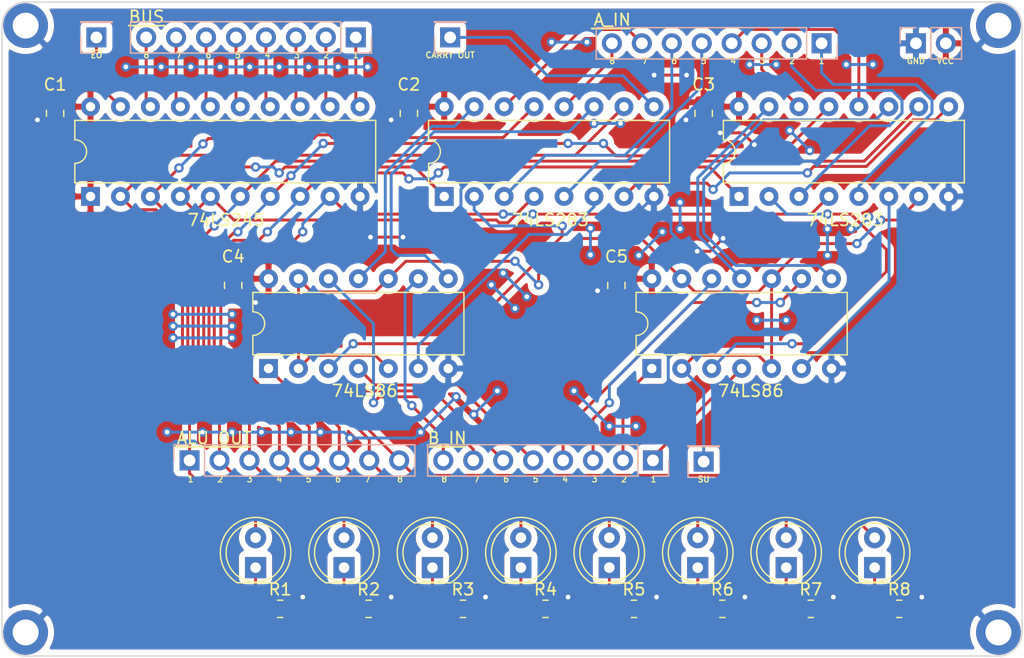
<source format=kicad_pcb>
(kicad_pcb (version 20211014) (generator pcbnew)
  (layers (0 "F.Cu" signal) (31 "B.Cu" signal) (34 "B.Paste" user) (35 "F.Paste" user) (36 "B.SilkS" user "B.Silkscreen") (37 "F.SilkS" user "F.Silkscreen") (38 "B.Mask" user) (39 "F.Mask" user) (44 "Edge.Cuts" user))
  (net 0 "")
  (net 1 "GND")
  (net 2 "VCC")
  (net 3 "/OUT1")
  (net 4 "Net-(D1-Pad1)")
  (net 5 "/OUT2")
  (net 6 "Net-(D2-Pad1)")
  (net 7 "/OUT3")
  (net 8 "Net-(D3-Pad1)")
  (net 9 "/OUT4")
  (net 10 "Net-(D4-Pad1)")
  (net 11 "/OUT5")
  (net 12 "Net-(D5-Pad1)")
  (net 13 "/OUT6")
  (net 14 "Net-(D6-Pad1)")
  (net 15 "/OUT7")
  (net 16 "Net-(D7-Pad1)")
  (net 17 "/OUT8")
  (net 18 "Net-(D8-Pad1)")
  (net 19 "/~{EO}")
  (net 20 "/SU")
  (net 21 "Net-(J3-Pad8)")
  (net 22 "Net-(J3-Pad7)")
  (net 23 "Net-(J3-Pad6)")
  (net 24 "Net-(J3-Pad5)")
  (net 25 "Net-(J3-Pad4)")
  (net 26 "Net-(J3-Pad3)")
  (net 27 "Net-(J3-Pad2)")
  (net 28 "Net-(J3-Pad1)")
  (net 29 "/B8")
  (net 30 "/B7")
  (net 31 "/B6")
  (net 32 "/B5")
  (net 33 "/B4")
  (net 34 "/B3")
  (net 35 "/B2")
  (net 36 "/B1")
  (net 37 "/COUT")
  (net 38 "/A8")
  (net 39 "/A7")
  (net 40 "/A6")
  (net 41 "/A5")
  (net 42 "/A4")
  (net 43 "/A3")
  (net 44 "/A2")
  (net 45 "/A1")
  (net 46 "Net-(U1-Pad6)")
  (net 47 "Net-(U1-Pad11)")
  (net 48 "Net-(U1-Pad3)")
  (net 49 "Net-(U1-Pad8)")
  (net 50 "Net-(U3-Pad6)")
  (net 51 "Net-(U3-Pad11)")
  (net 52 "Net-(U3-Pad3)")
  (net 53 "Net-(U3-Pad8)")
  (net 54 "Net-(U4-Pad7)")
  (footprint "Capacitor_SMD:C_0805_2012Metric" (layer "F.Cu") (at 72 67.95 -90)
    (fp_text reference "C1")
    (fp_text value "0.1µF")
  )
  (footprint "Capacitor_SMD:C_0805_2012Metric" (layer "F.Cu") (at 102 67.95 -90)
    (fp_text reference "C2")
    (fp_text value "0.1µF")
  )
  (footprint "Capacitor_SMD:C_0805_2012Metric" (layer "F.Cu") (at 127 67.95 -90)
    (fp_text reference "C3")
    (fp_text value "0.1µF")
  )
  (footprint "Capacitor_SMD:C_0805_2012Metric" (layer "F.Cu") (at 87.1 82.55 -90)
    (fp_text reference "C4")
    (fp_text value "0.1µF")
  )
  (footprint "Capacitor_SMD:C_0805_2012Metric" (layer "F.Cu") (at 119.6 82.55 -90)
    (fp_text reference "C5")
    (fp_text value "0.1µF")
  )
  (footprint "LED_THT:LED_D5.0mm" (layer "F.Cu") (at 89 106.5 90)
    (fp_text reference "D1" hide)
    (fp_text value "RED")
  )
  (footprint "LED_THT:LED_D5.0mm" (layer "F.Cu") (at 96.5 106.5 90)
    (fp_text reference "D2" hide)
    (fp_text value "RED")
  )
  (footprint "LED_THT:LED_D5.0mm" (layer "F.Cu") (at 104 106.5 90)
    (fp_text reference "D3" hide)
    (fp_text value "RED")
  )
  (footprint "LED_THT:LED_D5.0mm" (layer "F.Cu") (at 111.5 106.5 90)
    (fp_text reference "D4" hide)
    (fp_text value "RED")
  )
  (footprint "LED_THT:LED_D5.0mm" (layer "F.Cu") (at 119 106.5 90)
    (fp_text reference "D5" hide)
    (fp_text value "RED")
  )
  (footprint "LED_THT:LED_D5.0mm" (layer "F.Cu") (at 126.5 106.5 90)
    (fp_text reference "D6" hide)
    (fp_text value "RED")
  )
  (footprint "LED_THT:LED_D5.0mm" (layer "F.Cu") (at 134 106.5 90)
    (fp_text reference "D7" hide)
    (fp_text value "RED")
  )
  (footprint "LED_THT:LED_D5.0mm" (layer "F.Cu") (at 141.5 106.5 90)
    (fp_text reference "D8" hide)
    (fp_text value "RED")
  )
  (footprint "Resistor_SMD:R_0805_2012Metric" (layer "F.Cu") (at 91.0875 110)
    (fp_text reference "R1")
    (fp_text value "220")
  )
  (footprint "Resistor_SMD:R_0805_2012Metric" (layer "F.Cu") (at 98.5875 110)
    (fp_text reference "R2")
    (fp_text value "220")
  )
  (footprint "Resistor_SMD:R_0805_2012Metric" (layer "F.Cu") (at 106.5875 110)
    (fp_text reference "R3")
    (fp_text value "220")
  )
  (footprint "Resistor_SMD:R_0805_2012Metric" (layer "F.Cu") (at 113.5875 110)
    (fp_text reference "R4")
    (fp_text value "220")
  )
  (footprint "Resistor_SMD:R_0805_2012Metric" (layer "F.Cu") (at 121.0875 110)
    (fp_text reference "R5")
    (fp_text value "220")
  )
  (footprint "Resistor_SMD:R_0805_2012Metric" (layer "F.Cu") (at 128.5875 110)
    (fp_text reference "R6")
    (fp_text value "220")
  )
  (footprint "Resistor_SMD:R_0805_2012Metric" (layer "F.Cu") (at 136.0875 110)
    (fp_text reference "R7")
    (fp_text value "220")
  )
  (footprint "Resistor_SMD:R_0805_2012Metric" (layer "F.Cu") (at 143.5875 110)
    (fp_text reference "R8")
    (fp_text value "220")
  )
  (footprint "Package_DIP:DIP-14_W7.62mm" (layer "F.Cu") (at 90.1 89.6 90)
    (fp_text reference "U1" hide)
    (fp_text value "74LS86")
  )
  (footprint "Package_DIP:DIP-20_W7.62mm" (layer "F.Cu") (at 75 75 90)
    (fp_text reference "U2" hide)
    (fp_text value "74LS245")
  )
  (footprint "Package_DIP:DIP-14_W7.62mm" (layer "F.Cu") (at 122.6 89.6 90)
    (fp_text reference "U3" hide)
    (fp_text value "74LS86")
  )
  (footprint "Package_DIP:DIP-16_W7.62mm" (layer "F.Cu") (at 105 75 90)
    (fp_text reference "U4" hide)
    (fp_text value "74LS283")
  )
  (footprint "Package_DIP:DIP-16_W7.62mm" (layer "F.Cu") (at 130 75 90)
    (fp_text reference "U5" hide)
    (fp_text value "74LS283")
  )
  (footprint "MountingHole:MountingHole_2.2mm_M2_DIN965_Pad" (layer "F.Cu") (at 69.5 60.5)
    (fp_text reference "H1" hide)
    (fp_text value "MountingHole_Pad")
  )
  (footprint "MountingHole:MountingHole_2.2mm_M2_DIN965_Pad" (layer "F.Cu") (at 152 60.5)
    (fp_text reference "H2" hide)
    (fp_text value "MountingHole_Pad")
  )
  (footprint "MountingHole:MountingHole_2.2mm_M2_DIN965_Pad" (layer "F.Cu") (at 69.5 112)
    (fp_text reference "H3" hide)
    (fp_text value "MountingHole_Pad")
  )
  (footprint "MountingHole:MountingHole_2.2mm_M2_DIN965_Pad" (layer "F.Cu") (at 152 112)
    (fp_text reference "H4" hide)
    (fp_text value "MountingHole_Pad")
  )
  (footprint "Connector_PinHeader_2.54mm:PinHeader_1x01_P2.54mm_Vertical" (layer "B.Cu") (at 75.5 61.5)
    (fp_text reference "J1" hide)
    (fp_text value "~{EO}")
  )
  (footprint "Connector_PinHeader_2.54mm:PinHeader_1x01_P2.54mm_Vertical" (layer "B.Cu") (at 127 97.5)
    (fp_text reference "J2" hide)
    (fp_text value "SU")
  )
  (footprint "Connector_PinHeader_2.54mm:PinHeader_1x08_P2.54mm_Vertical" (layer "B.Cu") (at 97.5 61.5 90)
    (fp_text reference "J3" hide)
    (fp_text value "BUS")
  )
  (footprint "Connector_PinHeader_2.54mm:PinHeader_1x08_P2.54mm_Vertical" (layer "B.Cu") (at 122.7 97.4 90)
    (fp_text reference "J4" hide)
    (fp_text value "B_IN")
  )
  (footprint "Connector_PinHeader_2.54mm:PinHeader_1x01_P2.54mm_Vertical" (layer "B.Cu") (at 105.5 61.5)
    (fp_text reference "J5" hide)
    (fp_text value "CARRY OUT")
  )
  (footprint "Connector_PinHeader_2.54mm:PinHeader_1x08_P2.54mm_Vertical" (layer "B.Cu") (at 137 62 90)
    (fp_text reference "J6" hide)
    (fp_text value "A_IN")
  )
  (footprint "Connector_PinHeader_2.54mm:PinHeader_1x02_P2.54mm_Vertical" (layer "B.Cu") (at 145 62 -90)
    (fp_text reference "J8" hide)
    (fp_text value "Conn_01x02")
  )
  (footprint "Connector_PinHeader_2.54mm:PinHeader_1x08_P2.54mm_Vertical" (layer "B.Cu") (at 83.4 97.4 -90)
    (fp_text reference "J7" hide)
    (fp_text value "ALU OUT")
  )
  (gr_line (start 78.25 60.5) (end 81.25 60.5) (layer "F.SilkS") (width 0.15))
  (gr_line (start 117.5 60.75) (end 120.75 60.75) (layer "F.SilkS") (width 0.15))
  (gr_line (start 82.25 96.25) (end 88.5 96.25) (layer "F.SilkS") (width 0.15))
  (gr_line (start 103.75 96.25) (end 106.75 96.25) (layer "F.SilkS") (width 0.15))
  (gr_line (start 67.5 60.5) (end 67.5 112) (layer "Edge.Cuts") (width 0.1))
  (gr_line (start 69.5 114) (end 152 114) (layer "Edge.Cuts") (width 0.1))
  (gr_line (start 154 112) (end 154 60.5) (layer "Edge.Cuts") (width 0.1))
  (gr_line (start 152 58.5) (end 69.5 58.5) (layer "Edge.Cuts") (width 0.1))
  (gr_arc (start 154 112) (mid 153.414214 113.414214) (end 152 114) (layer "Edge.Cuts") (width 0.1))
  (gr_arc (start 152 58.5) (mid 153.414214 59.085786) (end 154 60.5) (layer "Edge.Cuts") (width 0.1))
  (gr_arc (start 67.5 60.5) (mid 68.085786 59.085786) (end 69.5 58.5) (layer "Edge.Cuts") (width 0.1))
  (gr_arc (start 69.5 114) (mid 68.085786 113.414214) (end 67.5 112) (layer "Edge.Cuts") (width 0.1))
  (gr_text "2" (at 95 63) (layer "F.SilkS") (effects (font (size 0.5 0.5) (thickness 0.1))))
  (gr_text "3" (at 92.5 63) (layer "F.SilkS") (effects (font (size 0.5 0.5) (thickness 0.1))))
  (gr_text "4" (at 90 63) (layer "F.SilkS") (effects (font (size 0.5 0.5) (thickness 0.1))))
  (gr_text "1" (at 97.5 63) (layer "F.SilkS") (effects (font (size 0.5 0.5) (thickness 0.1))))
  (gr_text "7" (at 82.5 63) (layer "F.SilkS") (effects (font (size 0.5 0.5) (thickness 0.1))))
  (gr_text "6" (at 85 63) (layer "F.SilkS") (effects (font (size 0.5 0.5) (thickness 0.1))))
  (gr_text "8" (at 79.75 63) (layer "F.SilkS") (effects (font (size 0.5 0.5) (thickness 0.1))))
  (gr_text "5" (at 87.5 63) (layer "F.SilkS") (effects (font (size 0.5 0.5) (thickness 0.1))))
  (gr_text "2" (at 134.5 63.5) (layer "F.SilkS") (effects (font (size 0.5 0.5) (thickness 0.1))))
  (gr_text "3" (at 132 63.5) (layer "F.SilkS") (effects (font (size 0.5 0.5) (thickness 0.1))))
  (gr_text "4" (at 129.5 63.5) (layer "F.SilkS") (effects (font (size 0.5 0.5) (thickness 0.1))))
  (gr_text "1" (at 137 63.5) (layer "F.SilkS") (effects (font (size 0.5 0.5) (thickness 0.1))))
  (gr_text "7" (at 122 63.5) (layer "F.SilkS") (effects (font (size 0.5 0.5) (thickness 0.1))))
  (gr_text "6" (at 124.5 63.5) (layer "F.SilkS") (effects (font (size 0.5 0.5) (thickness 0.1))))
  (gr_text "8" (at 119.25 63.5) (layer "F.SilkS") (effects (font (size 0.5 0.5) (thickness 0.1))))
  (gr_text "5" (at 127 63.5) (layer "F.SilkS") (effects (font (size 0.5 0.5) (thickness 0.1))))
  (gr_text "VCC\n" (at 147.5 63.5) (layer "F.SilkS") (effects (font (size 0.5 0.5) (thickness 0.1))))
  (gr_text "8" (at 101.25 99) (layer "F.SilkS") (effects (font (size 0.5 0.5) (thickness 0.1))))
  (gr_text "6" (at 96 99) (layer "F.SilkS") (effects (font (size 0.5 0.5) (thickness 0.1))))
  (gr_text "4" (at 91 99) (layer "F.SilkS") (effects (font (size 0.5 0.5) (thickness 0.1))))
  (gr_text "7" (at 98.5 99) (layer "F.SilkS") (effects (font (size 0.5 0.5) (thickness 0.1))))
  (gr_text "2" (at 86 99) (layer "F.SilkS") (effects (font (size 0.5 0.5) (thickness 0.1))))
  (gr_text "5" (at 93.5 99) (layer "F.SilkS") (effects (font (size 0.5 0.5) (thickness 0.1))))
  (gr_text "1" (at 83.5 99) (layer "F.SilkS") (effects (font (size 0.5 0.5) (thickness 0.1))))
  (gr_text "3" (at 88.5 99) (layer "F.SilkS") (effects (font (size 0.5 0.5) (thickness 0.1))))
  (gr_text "2" (at 120.25 99) (layer "F.SilkS") (effects (font (size 0.5 0.5) (thickness 0.1))))
  (gr_text "GND" (at 145 63.5) (layer "F.SilkS") (effects (font (size 0.5 0.5) (thickness 0.1))))
  (gr_text "5" (at 112.75 99) (layer "F.SilkS") (effects (font (size 0.5 0.5) (thickness 0.1))))
  (gr_text "3" (at 117.75 99) (layer "F.SilkS") (effects (font (size 0.5 0.5) (thickness 0.1))))
  (gr_text "6" (at 110.25 99) (layer "F.SilkS") (effects (font (size 0.5 0.5) (thickness 0.1))))
  (gr_text "7" (at 107.75 99) (layer "F.SilkS") (effects (font (size 0.5 0.5) (thickness 0.1))))
  (gr_text "4" (at 115.25 99) (layer "F.SilkS") (effects (font (size 0.5 0.5) (thickness 0.1))))
  (gr_text "1" (at 122.75 99) (layer "F.SilkS") (effects (font (size 0.5 0.5) (thickness 0.1))))
  (gr_text "8" (at 105 99) (layer "F.SilkS") (effects (font (size 0.5 0.5) (thickness 0.1))))
  (segment (start 145.5 109) (end 145.5 109) (width 0.25) (layer "F.Cu") (net 1))
  (segment (start 138 109) (end 138 109) (width 0.25) (layer "F.Cu") (net 1))
  (segment (start 130.5 109) (end 130.5 109) (width 0.25) (layer "F.Cu") (net 1))
  (segment (start 123 109) (end 123 109) (width 0.25) (layer "F.Cu") (net 1))
  (segment (start 115.5 109) (end 115.5 109) (width 0.25) (layer "F.Cu") (net 1))
  (segment (start 108.5 109) (end 108.5 109) (width 0.25) (layer "F.Cu") (net 1))
  (segment (start 100.5 109) (end 100.5 109) (width 0.25) (layer "F.Cu") (net 1))
  (segment (start 93 109) (end 93 109) (width 0.25) (layer "F.Cu") (net 1))
  (segment (start 118 83) (end 118 83) (width 0.25) (layer "F.Cu") (net 1))
  (segment (start 88.5 83.5) (end 89 84) (width 0.25) (layer "F.Cu") (net 1))
  (segment (start 87.4 83.5) (end 88.5 83.5) (width 0.25) (layer "F.Cu") (net 1))
  (segment (start 131.3 70.6) (end 131.3 70.6) (width 0.25) (layer "F.Cu") (net 1))
  (segment (start 128.65 78.55) (end 128.65 78.55) (width 0.25) (layer "F.Cu") (net 1))
  (segment (start 101.5 78.45) (end 101.5 78.45) (width 0.25) (layer "F.Cu") (net 1))
  (segment (start 125.55 64.7) (end 122.8 64.7) (width 0.25) (layer "F.Cu") (net 1))
  (segment (start 129.5 69.6) (end 130.3 69.6) (width 0.25) (layer "F.Cu") (net 1))
  (segment (start 114.5 110) (end 115.5 109) (width 0.25) (layer "F.Cu") (net 1))
  (segment (start 137 110) (end 138 109) (width 0.25) (layer "F.Cu") (net 1))
  (segment (start 128.4 69.6) (end 129.5 69.6) (width 0.25) (layer "F.Cu") (net 1))
  (segment (start 126 69) (end 125.5 68.5) (width 0.25) (layer "F.Cu") (net 1))
  (segment (start 127.55 79.65) (end 128.65 78.55) (width 0.25) (layer "F.Cu") (net 1))
  (segment (start 127 68.9) (end 127.7 68.9) (width 0.25) (layer "F.Cu") (net 1))
  (segment (start 130.3 69.6) (end 131.3 70.6) (width 0.25) (layer "F.Cu") (net 1))
  (segment (start 127.1 69) (end 126 69) (width 0.25) (layer "F.Cu") (net 1))
  (segment (start 102.1 69) (end 101 69) (width 0.25) (layer "F.Cu") (net 1))
  (segment (start 122 110) (end 123 109) (width 0.25) (layer "F.Cu") (net 1))
  (segment (start 98.75 78.45) (end 101.5 78.45) (width 0.25) (layer "F.Cu") (net 1))
  (segment (start 127.7 68.9) (end 128.4 69.6) (width 0.25) (layer "F.Cu") (net 1))
  (segment (start 101 69) (end 100.5 68.5) (width 0.25) (layer "F.Cu") (net 1))
  (segment (start 144.5 110) (end 145.5 109) (width 0.25) (layer "F.Cu") (net 1))
  (segment (start 118.5 83.5) (end 118 83) (width 0.25) (layer "F.Cu") (net 1))
  (segment (start 129.5 110) (end 130.5 109) (width 0.25) (layer "F.Cu") (net 1))
  (segment (start 92 110) (end 93 109) (width 0.25) (layer "F.Cu") (net 1))
  (segment (start 126.45 79.65) (end 127.55 79.65) (width 0.25) (layer "F.Cu") (net 1))
  (segment (start 71 69) (end 70.5 68.5) (width 0.25) (layer "F.Cu") (net 1))
  (segment (start 119.6 83.5) (end 118.5 83.5) (width 0.25) (layer "F.Cu") (net 1))
  (segment (start 99.5 110) (end 100.5 109) (width 0.25) (layer "F.Cu") (net 1))
  (segment (start 72.1 69) (end 71 69) (width 0.25) (layer "F.Cu") (net 1))
  (segment (start 107.5 110) (end 108.5 109) (width 0.25) (layer "F.Cu") (net 1))
  (via (at 89 84) (size 0.8) (drill 0.4) (layers "F.Cu" "B.Cu") (net 1))
  (via (at 122.8 64.7) (size 0.8) (drill 0.4) (layers "F.Cu" "B.Cu") (net 1))
  (via (at 125.55 64.7) (size 0.8) (drill 0.4) (layers "F.Cu" "B.Cu") (net 1))
  (via (at 108.5 109) (size 0.8) (drill 0.4) (layers "F.Cu" "B.Cu") (net 1))
  (via (at 125.5 68.5) (size 0.8) (drill 0.4) (layers "F.Cu" "B.Cu") (net 1))
  (via (at 70.5 68.5) (size 0.8) (drill 0.4) (layers "F.Cu" "B.Cu") (net 1))
  (via (at 128.65 78.55) (size 0.8) (drill 0.4) (layers "F.Cu" "B.Cu") (net 1))
  (via (at 123 109) (size 0.8) (drill 0.4) (layers "F.Cu" "B.Cu") (net 1))
  (via (at 131.3 70.6) (size 0.8) (drill 0.4) (layers "F.Cu" "B.Cu") (net 1))
  (via (at 115.5 109) (size 0.8) (drill 0.4) (layers "F.Cu" "B.Cu") (net 1))
  (via (at 93 109) (size 0.8) (drill 0.4) (layers "F.Cu" "B.Cu") (net 1))
  (via (at 100.5 109) (size 0.8) (drill 0.4) (layers "F.Cu" "B.Cu") (net 1))
  (via (at 98.75 78.45) (size 0.8) (drill 0.4) (layers "F.Cu" "B.Cu") (net 1))
  (via (at 126.45 79.65) (size 0.8) (drill 0.4) (layers "F.Cu" "B.Cu") (net 1))
  (via (at 101.5 78.45) (size 0.8) (drill 0.4) (layers "F.Cu" "B.Cu") (net 1))
  (via (at 130.5 109) (size 0.8) (drill 0.4) (layers "F.Cu" "B.Cu") (net 1))
  (via (at 145.5 109) (size 0.8) (drill 0.4) (layers "F.Cu" "B.Cu") (net 1))
  (via (at 138 109) (size 0.8) (drill 0.4) (layers "F.Cu" "B.Cu") (net 1))
  (via (at 100.5 68.5) (size 0.8) (drill 0.4) (layers "F.Cu" "B.Cu") (net 1))
  (via (at 128.4 69.6) (size 0.8) (drill 0.4) (layers "F.Cu" "B.Cu") (net 1))
  (via (at 118 83) (size 0.8) (drill 0.4) (layers "F.Cu" "B.Cu") (net 1))
  (segment (start 126.45 79.65) (end 126.45 79.65) (width 0.25) (layer "B.Cu") (net 1))
  (segment (start 124.225001 77.175001) (end 124.225001 78.048003) (width 0.25) (layer "B.Cu") (net 1))
  (segment (start 135 86.5) (end 136.5 85) (width 0.25) (layer "B.Cu") (net 1))
  (segment (start 136.774999 71.825001) (end 137.9 70.7) (width 0.25) (layer "B.Cu") (net 1))
  (segment (start 124.15 77.1) (end 124.225001 77.175001) (width 0.25) (layer "B.Cu") (net 1))
  (segment (start 121 77.5) (end 121 76.78) (width 0.25) (layer "B.Cu") (net 1))
  (segment (start 134.9 71.7) (end 135.025001 71.825001) (width 0.25) (layer "B.Cu") (net 1))
  (segment (start 106.414999 75.770003) (end 105.235002 76.95) (width 0.25) (layer "B.Cu") (net 1))
  (segment (start 124.225001 78.048003) (end 125.826998 79.65) (width 0.25) (layer "B.Cu") (net 1))
  (segment (start 106.414999 74.385001) (end 106.414999 75.770003) (width 0.25) (layer "B.Cu") (net 1))
  (segment (start 107.5 73.3) (end 106.414999 74.385001) (width 0.25) (layer "B.Cu") (net 1))
  (segment (start 124 90.5) (end 124 88.5) (width 0.25) (layer "B.Cu") (net 1))
  (segment (start 121 76.78) (end 122.78 75) (width 0.25) (layer "B.Cu") (net 1))
  (segment (start 134 86.5) (end 135 86.5) (width 0.25) (layer "B.Cu") (net 1))
  (segment (start 125.826998 79.65) (end 126.45 79.65) (width 0.25) (layer "B.Cu") (net 1))
  (segment (start 105.235002 76.95) (end 105.05 76.95) (width 0.25) (layer "B.Cu") (net 1))
  (segment (start 135.025001 72) (end 136.774999 72) (width 0.25) (layer "B.Cu") (net 1))
  (via (at 119 94.5) (size 0.8) (drill 0.4) (layers "F.Cu" "B.Cu") (net 2))
  (via (at 116 91.5) (size 0.8) (drill 0.4) (layers "F.Cu" "B.Cu") (net 2))
  (via (at 106 92) (size 0.8) (drill 0.4) (layers "F.Cu" "B.Cu") (net 2))
  (via (at 103 95) (size 0.8) (drill 0.4) (layers "F.Cu" "B.Cu") (net 2))
  (via (at 107.5 93.5) (size 0.8) (drill 0.4) (layers "F.Cu" "B.Cu") (net 2))
  (via (at 83.5 64) (size 0.8) (drill 0.4) (layers "F.Cu" "B.Cu") (net 2))
  (via (at 86 64) (size 0.8) (drill 0.4) (layers "F.Cu" "B.Cu") (net 2))
  (via (at 98.5 64) (size 0.8) (drill 0.4) (layers "F.Cu" "B.Cu") (net 2))
  (via (at 96 64) (size 0.8) (drill 0.4) (layers "F.Cu" "B.Cu") (net 2))
  (via (at 78 64) (size 0.8) (drill 0.4) (layers "F.Cu" "B.Cu") (net 2))
  (via (at 81 64) (size 0.8) (drill 0.4) (layers "F.Cu" "B.Cu") (net 2))
  (via (at 125 77.75) (size 0.8) (drill 0.4) (layers "F.Cu" "B.Cu") (net 2))
  (via (at 125 75.5) (size 0.8) (drill 0.4) (layers "F.Cu" "B.Cu") (net 2))
  (via (at 141.35 63.8) (size 0.8) (drill 0.4) (layers "F.Cu" "B.Cu") (net 2))
  (via (at 139.1 63.8) (size 0.8) (drill 0.4) (layers "F.Cu" "B.Cu") (net 2))
  (via (at 136 71.1) (size 0.8) (drill 0.4) (layers "F.Cu" "B.Cu") (net 2))
  (via (at 134.3 69.4) (size 0.8) (drill 0.4) (layers "F.Cu" "B.Cu") (net 2))
  (via (at 119.95 68.8) (size 0.8) (drill 0.4) (layers "F.Cu" "B.Cu") (net 2))
  (via (at 117.7 68.8) (size 0.8) (drill 0.4) (layers "F.Cu" "B.Cu") (net 2))
  (via (at 114.1 61.9) (size 0.8) (drill 0.4) (layers "F.Cu" "B.Cu") (net 2))
  (via (at 117.1 61.9) (size 0.8) (drill 0.4) (layers "F.Cu" "B.Cu") (net 2))
  (via (at 82 87) (size 0.8) (drill 0.4) (layers "F.Cu" "B.Cu") (net 2))
  (via (at 123.5 78) (size 0.8) (drill 0.4) (layers "F.Cu" "B.Cu") (net 2))
  (via (at 87 87) (size 0.8) (drill 0.4) (layers "F.Cu" "B.Cu") (net 2))
  (via (at 131.5 85.5) (size 0.8) (drill 0.4) (layers "F.Cu" "B.Cu") (net 2))
  (via (at 94.5 95) (size 0.8) (drill 0.4) (layers "F.Cu" "B.Cu") (net 2))
  (via (at 82 85) (size 0.8) (drill 0.4) (layers "F.Cu" "B.Cu") (net 2))
  (via (at 141 76.75) (size 0.8) (drill 0.4) (layers "F.Cu" "B.Cu") (net 2))
  (via (at 137.5 77.75) (size 0.8) (drill 0.4) (layers "F.Cu" "B.Cu") (net 2))
  (via (at 137.5 80) (size 0.8) (drill 0.4) (layers "F.Cu" "B.Cu") (net 2))
  (via (at 117.4 79.95) (size 0.8) (drill 0.4) (layers "F.Cu" "B.Cu") (net 2))
  (via (at 97 95.5) (size 0.8) (drill 0.4) (layers "F.Cu" "B.Cu") (net 2))
  (via (at 121.25 94.5) (size 0.8) (drill 0.4) (layers "F.Cu" "B.Cu") (net 2))
  (via (at 84.5 95) (size 0.8) (drill 0.4) (layers "F.Cu" "B.Cu") (net 2))
  (via (at 139.5 77.75) (size 0.8) (drill 0.4) (layers "F.Cu" "B.Cu") (net 2))
  (via (at 82 86) (size 0.8) (drill 0.4) (layers "F.Cu" "B.Cu") (net 2))
  (via (at 87 85) (size 0.8) (drill 0.4) (layers "F.Cu" "B.Cu") (net 2))
  (via (at 121.5 80) (size 0.8) (drill 0.4) (layers "F.Cu" "B.Cu") (net 2))
  (via (at 109 82.5) (size 0.8) (drill 0.4) (layers "F.Cu" "B.Cu") (net 2))
  (via (at 81.5 95) (size 0.8) (drill 0.4) (layers "F.Cu" "B.Cu") (net 2))
  (via (at 133.15 63.8) (size 0.8) (drill 0.4) (layers "F.Cu" "B.Cu") (net 2))
  (via (at 134 85.5) (size 0.8) (drill 0.4) (layers "F.Cu" "B.Cu") (net 2))
  (via (at 110 81.5) (size 0.8) (drill 0.4) (layers "F.Cu" "B.Cu") (net 2))
  (via (at 111 84.5) (size 0.8) (drill 0.4) (layers "F.Cu" "B.Cu") (net 2))
  (via (at 112 83.5) (size 0.8) (drill 0.4) (layers "F.Cu" "B.Cu") (net 2))
  (via (at 93.5 64) (size 0.8) (drill 0.4) (layers "F.Cu" "B.Cu") (net 2))
  (via (at 87 95) (size 0.8) (drill 0.4) (layers "F.Cu" "B.Cu") (net 2))
  (via (at 87 86) (size 0.8) (drill 0.4) (layers "F.Cu" "B.Cu") (net 2))
  (via (at 88.5 64) (size 0.8) (drill 0.4) (layers "F.Cu" "B.Cu") (net 2))
  (via (at 91 64) (size 0.8) (drill 0.4) (layers "F.Cu" "B.Cu") (net 2))
  (via (at 109.5 91.5) (size 0.8) (drill 0.4) (layers "F.Cu" "B.Cu") (net 2))
  (via (at 92 95) (size 0.8) (drill 0.4) (layers "F.Cu" "B.Cu") (net 2))
  (via (at 130.9 63.8) (size 0.8) (drill 0.4) (layers "F.Cu" "B.Cu") (net 2))
  (via (at 117.4 77.7) (size 0.8) (drill 0.4) (layers "F.Cu" "B.Cu") (net 2))
  (via (at 89.5 95) (size 0.8) (drill 0.4) (layers "F.Cu" "B.Cu") (net 2))
  (segment (start 84.5 95) (end 87 95) (width 0.25) (layer "B.Cu") (net 2))
  (segment (start 87 95) (end 89.5 95) (width 0.25) (layer "B.Cu") (net 2))
  (segment (start 89.5 95) (end 92 95) (width 0.25) (layer "B.Cu") (net 2))
  (segment (start 92 95) (end 94.5 95) (width 0.25) (layer "B.Cu") (net 2))
  (segment (start 97 95.5) (end 97 95.5) (width 0.25) (layer "B.Cu") (net 2))
  (segment (start 111 84.5) (end 111 84.5) (width 0.25) (layer "B.Cu") (net 2))
  (segment (start 112 83.5) (end 112 83.5) (width 0.25) (layer "B.Cu") (net 2))
  (segment (start 82 87) (end 82 87) (width 0.25) (layer "B.Cu") (net 2))
  (segment (start 82 86) (end 82 86) (width 0.25) (layer "B.Cu") (net 2))
  (segment (start 105.5 92.5) (end 106 92) (width 0.25) (layer "B.Cu") (net 2))
  (segment (start 103 95) (end 105.5 92.5) (width 0.25) (layer "B.Cu") (net 2))
  (segment (start 109.5 91.5) (end 109.5 91.5) (width 0.25) (layer "B.Cu") (net 2))
  (segment (start 107.5 93.5) (end 109.5 91.5) (width 0.25) (layer "B.Cu") (net 2))
  (segment (start 109.5 91.5) (end 109.5 91.5) (width 0.25) (layer "B.Cu") (net 2))
  (segment (start 78 64) (end 81 64) (width 0.25) (layer "B.Cu") (net 2))
  (segment (start 96 64) (end 98.5 64) (width 0.25) (layer "B.Cu") (net 2))
  (segment (start 91 64) (end 93.5 64) (width 0.25) (layer "B.Cu") (net 2))
  (segment (start 93.5 64) (end 96 64) (width 0.25) (layer "B.Cu") (net 2))
  (segment (start 81 64) (end 83.5 64) (width 0.25) (layer "B.Cu") (net 2))
  (segment (start 125 75.5) (end 125 77.75) (width 0.25) (layer "B.Cu") (net 2))
  (segment (start 137.5 80) (end 137.5 80) (width 0.25) (layer "B.Cu") (net 2))
  (segment (start 139.1 63.8) (end 141.35 63.8) (width 0.25) (layer "B.Cu") (net 2))
  (segment (start 117.7 68.8) (end 119.95 68.8) (width 0.25) (layer "B.Cu") (net 2))
  (segment (start 114.1 61.9) (end 117.1 61.9) (width 0.25) (layer "B.Cu") (net 2))
  (segment (start 85.5 64) (end 88.5 64) (width 0.25) (layer "B.Cu") (net 2))
  (segment (start 97 95.5) (end 102.5 95.5) (width 0.25) (layer "B.Cu") (net 2))
  (segment (start 109 82.5) (end 111 84.5) (width 0.25) (layer "B.Cu") (net 2))
  (segment (start 83.5 64) (end 86 64) (width 0.25) (layer "B.Cu") (net 2))
  (segment (start 136 71.1) (end 134.3 69.4) (width 0.25) (layer "B.Cu") (net 2))
  (segment (start 87 85) (end 82 85) (width 0.25) (layer "B.Cu") (net 2))
  (segment (start 87 86) (end 82 86) (width 0.25) (layer "B.Cu") (net 2))
  (segment (start 121.5 80) (end 123.5 78) (width 0.25) (layer "B.Cu") (net 2))
  (segment (start 94.5 95) (end 96.5 95) (width 0.25) (layer "B.Cu") (net 2))
  (segment (start 117.4 77.7) (end 117.4 79.95) (width 0.25) (layer "B.Cu") (net 2))
  (segment (start 81.5 95) (end 84.5 95) (width 0.25) (layer "B.Cu") (net 2))
  (segment (start 116 91.5) (end 118.5 94) (width 0.25) (layer "B.Cu") (net 2))
  (segment (start 88.5 64) (end 91 64) (width 0.25) (layer "B.Cu") (net 2))
  (segment (start 118.5 94) (end 119 94.5) (width 0.25) (layer "B.Cu") (net 2))
  (segment (start 140 77.75) (end 141 76.75) (width 0.25) (layer "B.Cu") (net 2))
  (segment (start 139.5 77.75) (end 140 77.75) (width 0.25) (layer "B.Cu") (net 2))
  (segment (start 102.5 95.5) (end 103 95) (width 0.25) (layer "B.Cu") (net 2))
  (segment (start 131.5 85.5) (end 134 85.5) (width 0.25) (layer "B.Cu") (net 2))
  (segment (start 87 87) (end 82 87) (width 0.25) (layer "B.Cu") (net 2))
  (segment (start 110 81.5) (end 112 83.5) (width 0.25) (layer "B.Cu") (net 2))
  (segment (start 130.9 63.8) (end 133.15 63.8) (width 0.25) (layer "B.Cu") (net 2))
  (segment (start 96.5 95) (end 97 95.5) (width 0.25) (layer "B.Cu") (net 2))
  (segment (start 119 94.5) (end 121.25 94.5) (width 0.25) (layer "B.Cu") (net 2))
  (segment (start 137.5 77.75) (end 137.5 80) (width 0.25) (layer "B.Cu") (net 2))
  (segment (start 78.665001 76.125001) (end 77.54 75) (width 0.25) (layer "F.Cu") (net 3))
  (segment (start 88 102) (end 87.72718 102) (width 0.25) (layer "F.Cu") (net 3))
  (segment (start 89 102.5) (end 88.5 102) (width 0.25) (layer "F.Cu") (net 3))
  (segment (start 83.4 97.4) (end 83.4 98.5) (width 0.25) (layer "F.Cu") (net 3))
  (segment (start 86.9 102) (end 88 102) (width 0.25) (layer "F.Cu") (net 3))
  (segment (start 83.4 98.5) (end 86.9 102) (width 0.25) (layer "F.Cu") (net 3))
  (segment (start 116.12 71.5) (end 120.24 67.38) (width 0.25) (layer "F.Cu") (net 3))
  (segment (start 88.5 102) (end 88 102) (width 0.25) (layer "F.Cu") (net 3))
  (segment (start 89 103.96) (end 89 102.5) (width 0.25) (layer "F.Cu") (net 3))
  (segment (start 77.54 75) (end 81.04 71.5) (width 0.25) (layer "F.Cu") (net 3))
  (segment (start 80.568591 76.125001) (end 78.665001 76.125001) (width 0.25) (layer "F.Cu") (net 3))
  (segment (start 82.799941 88.981989) (end 82.799941 78.356351) (width 0.25) (layer "F.Cu") (net 3))
  (segment (start 83.4 89.582049) (end 82.799941 88.981989) (width 0.25) (layer "F.Cu") (net 3))
  (segment (start 81.04 71.5) (end 116.12 71.5) (width 0.25) (layer "F.Cu") (net 3))
  (segment (start 82.799941 78.356351) (end 80.568591 76.125001) (width 0.25) (layer "F.Cu") (net 3))
  (segment (start 83.4 97.4) (end 83.4 89.582049) (width 0.25) (layer "F.Cu") (net 3))
  (segment (start 89 106.5) (end 89 108.825) (width 0.25) (layer "F.Cu") (net 4))
  (segment (start 89 108.825) (end 90.175 110) (width 0.25) (layer "F.Cu") (net 4))
  (segment (start 82.5 72.58) (end 82.5 72.58) (width 0.25) (layer "F.Cu") (net 5))
  (segment (start 84.54 70.54) (end 85 70.08) (width 0.25) (layer "F.Cu") (net 5))
  (segment (start 93.92 70.08) (end 94.225001 69.774999) (width 0.25) (layer "F.Cu") (net 5))
  (segment (start 96.5 102) (end 96 101.5) (width 0.25) (layer "F.Cu") (net 5))
  (segment (start 96 101.5) (end 92 101.5) (width 0.25) (layer "F.Cu") (net 5))
  (segment (start 85.94 97.4) (end 90.04 101.5) (width 0.25) (layer "F.Cu") (net 5))
  (segment (start 85.94 97.4) (end 85.94 91.48564) (width 0.25) (layer "F.Cu") (net 5))
  (segment (start 85.94 91.48564) (end 83.249951 88.795589) (width 0.25) (layer "F.Cu") (net 5))
  (segment (start 83.249951 78.169951) (end 80.08 75) (width 0.25) (layer "F.Cu") (net 5))
  (segment (start 95.5 70) (end 110 70) (width 0.25) (layer "F.Cu") (net 5))
  (segment (start 80.08 75) (end 82.5 72.58) (width 0.25) (layer "F.Cu") (net 5))
  (segment (start 85 70.08) (end 93.92 70.08) (width 0.25) (layer "F.Cu") (net 5))
  (segment (start 94.225001 69.774999) (end 95.274999 69.774999) (width 0.25) (layer "F.Cu") (net 5))
  (segment (start 95.274999 69.774999) (end 95.5 70) (width 0.25) (layer "F.Cu") (net 5))
  (segment (start 83.249951 88.795589) (end 83.249951 78.169951) (width 0.25) (layer "F.Cu") (net 5))
  (segment (start 90.04 101.5) (end 92 101.5) (width 0.25) (layer "F.Cu") (net 5))
  (segment (start 110 70) (end 112.62 67.38) (width 0.25) (layer "F.Cu") (net 5))
  (segment (start 96.5 103.96) (end 96.5 102) (width 0.25) (layer "F.Cu") (net 5))
  (via (at 82.5 72.58) (size 0.8) (drill 0.4) (layers "F.Cu" "B.Cu") (net 5))
  (via (at 84.54 70.54) (size 0.8) (drill 0.4) (layers "F.Cu" "B.Cu") (net 5))
  (segment (start 84.54 70.54) (end 84.58 70.5) (width 0.25) (layer "B.Cu") (net 5))
  (segment (start 82.5 72.58) (end 84.54 70.54) (width 0.25) (layer "B.Cu") (net 5))
  (segment (start 96.5 106.5) (end 96.5 108.825) (width 0.25) (layer "F.Cu") (net 6))
  (segment (start 96.5 108.825) (end 97.675 110) (width 0.25) (layer "F.Cu") (net 6))
  (segment (start 89 72.5) (end 89 72.5) (width 0.25) (layer "F.Cu") (net 7))
  (segment (start 88.48 97.4) (end 92.08 101) (width 0.25) (layer "F.Cu") (net 7))
  (segment (start 92.08 101) (end 93 101) (width 0.25) (layer "F.Cu") (net 7))
  (segment (start 82.62 75) (end 85.12 72.5) (width 0.25) (layer "F.Cu") (net 7))
  (segment (start 102.5 72.5) (end 105 75) (width 0.25) (layer "F.Cu") (net 7))
  (segment (start 83.699961 76.079961) (end 82.62 75) (width 0.25) (layer "F.Cu") (net 7))
  (segment (start 91 73) (end 91.5 72.5) (width 0.25) (layer "F.Cu") (net 7))
  (segment (start 85.12 72.5) (end 89 72.5) (width 0.25) (layer "F.Cu") (net 7))
  (segment (start 83.699961 88.609189) (end 83.699961 76.079961) (width 0.25) (layer "F.Cu") (net 7))
  (segment (start 91.5 72.5) (end 102.5 72.5) (width 0.25) (layer "F.Cu") (net 7))
  (segment (start 104 103.96) (end 104 101.5) (width 0.25) (layer "F.Cu") (net 7))
  (segment (start 88.48 93.38923) (end 83.699961 88.609189) (width 0.25) (layer "F.Cu") (net 7))
  (segment (start 88.48 97.4) (end 88.48 93.38923) (width 0.25) (layer "F.Cu") (net 7))
  (segment (start 104 101.5) (end 103.5 101) (width 0.25) (layer "F.Cu") (net 7))
  (segment (start 103.5 101) (end 93 101) (width 0.25) (layer "F.Cu") (net 7))
  (via (at 91 73) (size 0.8) (drill 0.4) (layers "F.Cu" "B.Cu") (net 7))
  (via (at 89 72.5) (size 0.8) (drill 0.4) (layers "F.Cu" "B.Cu") (net 7))
  (segment (start 91 73) (end 91 73) (width 0.25) (layer "B.Cu") (net 7))
  (segment (start 89 72.5) (end 90.5 72.5) (width 0.25) (layer "B.Cu") (net 7))
  (segment (start 90.5 72.5) (end 91 73) (width 0.25) (layer "B.Cu") (net 7))
  (segment (start 104 106.5) (end 104 108.325) (width 0.25) (layer "F.Cu") (net 8))
  (segment (start 104 108.325) (end 105.675 110) (width 0.25) (layer "F.Cu") (net 8))
  (segment (start 91.02 94.52) (end 90.45001 93.95001) (width 0.25) (layer "F.Cu") (net 9))
  (segment (start 84.149971 88.422789) (end 84.149971 76.010029) (width 0.25) (layer "F.Cu") (net 9))
  (segment (start 84.149971 76.010029) (end 85.16 75) (width 0.25) (layer "F.Cu") (net 9))
  (segment (start 91.02 97.4) (end 91.02 94.52) (width 0.25) (layer "F.Cu") (net 9))
  (segment (start 89.677189 93.950009) (end 84.149971 88.422789) (width 0.25) (layer "F.Cu") (net 9))
  (segment (start 111 100.5) (end 96 100.5) (width 0.25) (layer "F.Cu") (net 9))
  (segment (start 109.426998 77) (end 109.651999 77.225001) (width 0.25) (layer "F.Cu") (net 9))
  (segment (start 111.5 101) (end 111 100.5) (width 0.25) (layer "F.Cu") (net 9))
  (segment (start 91.02 97.4) (end 94.12 100.5) (width 0.25) (layer "F.Cu") (net 9))
  (segment (start 85.16 75) (end 87.16 77) (width 0.25) (layer "F.Cu") (net 9))
  (segment (start 94.12 100.5) (end 96 100.5) (width 0.25) (layer "F.Cu") (net 9))
  (segment (start 109.651999 77.225001) (end 110.394999 77.225001) (width 0.25) (layer "F.Cu") (net 9))
  (segment (start 90.45001 93.95001) (end 89.677189 93.950009) (width 0.25) (layer "F.Cu") (net 9))
  (segment (start 110.394999 77.225001) (end 112.62 75) (width 0.25) (layer "F.Cu") (net 9))
  (segment (start 87.16 77) (end 109.426998 77) (width 0.25) (layer "F.Cu") (net 9))
  (segment (start 111.5 103.96) (end 111.5 101) (width 0.25) (layer "F.Cu") (net 9))
  (segment (start 111.5 106.5) (end 111.5 108.825) (width 0.25) (layer "F.Cu") (net 10))
  (segment (start 111.5 108.825) (end 112.675 110) (width 0.25) (layer "F.Cu") (net 10))
  (segment (start 85.5 77.5) (end 85.5 77.5) (width 0.25) (layer "F.Cu") (net 11))
  (segment (start 100.52503 100.025031) (end 102.738579 100.025031) (width 0.25) (layer "F.Cu") (net 11))
  (segment (start 119 103.96) (end 119 100.525031) (width 0.25) (layer "F.Cu") (net 11))
  (segment (start 93.56 97.4) (end 96.185031 100.025031) (width 0.25) (layer "F.Cu") (net 11))
  (segment (start 93.56 94.56) (end 92.5 93.5) (width 0.25) (layer "F.Cu") (net 11))
  (segment (start 93.56 97.4) (end 93.56 94.56) (width 0.25) (layer "F.Cu") (net 11))
  (segment (start 119 100.525031) (end 118.5 100.025031) (width 0.25) (layer "F.Cu") (net 11))
  (segment (start 140.62 72) (end 145.24 67.38) (width 0.25) (layer "F.Cu") (net 11))
  (segment (start 90.7 72) (end 140.62 72) (width 0.25) (layer "F.Cu") (net 11))
  (segment (start 102.738579 100.025031) (end 118.5 100.025031) (width 0.25) (layer "F.Cu") (net 11))
  (segment (start 87.7 75) (end 90.7 72) (width 0.25) (layer "F.Cu") (net 11))
  (segment (start 89.86359 93.5) (end 84.599981 88.236389) (width 0.25) (layer "F.Cu") (net 11))
  (segment (start 92.5 93.5) (end 89.86359 93.5) (width 0.25) (layer "F.Cu") (net 11))
  (segment (start 96.185031 100.025031) (end 100.52503 100.025031) (width 0.25) (layer "F.Cu") (net 11))
  (segment (start 84.599981 88.236389) (end 84.599981 78.400019) (width 0.25) (layer "F.Cu") (net 11))
  (segment (start 84.599981 78.400019) (end 85.5 77.5) (width 0.25) (layer "F.Cu") (net 11))
  (via (at 85.5 77.5) (size 0.8) (drill 0.4) (layers "F.Cu" "B.Cu") (net 11))
  (segment (start 87.7 75.3) (end 87.7 75) (width 0.25) (layer "B.Cu") (net 11))
  (segment (start 85.5 77.5) (end 87.7 75.3) (width 0.25) (layer "B.Cu") (net 11))
  (segment (start 119 108.825) (end 120.175 110) (width 0.25) (layer "F.Cu") (net 12))
  (segment (start 119 106.5) (end 119 108.825) (width 0.25) (layer "F.Cu") (net 12))
  (segment (start 92 73.24) (end 92 73.24) (width 0.25) (layer "F.Cu") (net 13))
  (segment (start 115.5 70.5) (end 115.5 70.5) (width 0.25) (layer "F.Cu") (net 13))
  (segment (start 87.5 78) (end 87.5 78) (width 0.25) (layer "F.Cu") (net 13))
  (segment (start 87.274999 78.225001) (end 87.5 78) (width 0.25) (layer "F.Cu") (net 13))
  (segment (start 85.049991 80.177189) (end 87.22718 78) (width 0.25) (layer "F.Cu") (net 13))
  (segment (start 94.74 70.5) (end 115.5 70.5) (width 0.25) (layer "F.Cu") (net 13))
  (segment (start 94.400019 92.900019) (end 89.900019 92.900019) (width 0.25) (layer "F.Cu") (net 13))
  (segment (start 96.1 97.4) (end 98.275021 99.575021) (width 0.25) (layer "F.Cu") (net 13))
  (segment (start 96.1 97.4) (end 96.1 94.6) (width 0.25) (layer "F.Cu") (net 13))
  (segment (start 134.5 70.5) (end 137.62 67.38) (width 0.25) (layer "F.Cu") (net 13))
  (segment (start 85.04999 88.04999) (end 85.049991 80.177189) (width 0.25) (layer "F.Cu") (net 13))
  (segment (start 98.275021 99.575021) (end 102.924979 99.575021) (width 0.25) (layer "F.Cu") (net 13))
  (segment (start 90.24 75) (end 92 73.24) (width 0.25) (layer "F.Cu") (net 13))
  (segment (start 118.5 70.5) (end 119.54999 71.54999) (width 0.25) (layer "F.Cu") (net 13))
  (segment (start 119.54999 71.54999) (end 133.45001 71.54999) (width 0.25) (layer "F.Cu") (net 13))
  (segment (start 87.22718 78) (end 87.5 78) (width 0.25) (layer "F.Cu") (net 13))
  (segment (start 96.1 94.6) (end 94.400019 92.900019) (width 0.25) (layer "F.Cu") (net 13))
  (segment (start 89.900019 92.900019) (end 85.04999 88.04999) (width 0.25) (layer "F.Cu") (net 13))
  (segment (start 126.5 100.075021) (end 126 99.575021) (width 0.25) (layer "F.Cu") (net 13))
  (segment (start 126 99.575021) (end 102.924979 99.575021) (width 0.25) (layer "F.Cu") (net 13))
  (segment (start 133.45001 71.54999) (end 134.5 70.5) (width 0.25) (layer "F.Cu") (net 13))
  (segment (start 126.5 103.96) (end 126.5 100.075021) (width 0.25) (layer "F.Cu") (net 13))
  (via (at 92 73.24) (size 0.8) (drill 0.4) (layers "F.Cu" "B.Cu") (net 13))
  (via (at 118.5 70.5) (size 0.8) (drill 0.4) (layers "F.Cu" "B.Cu") (net 13))
  (via (at 87.5 78) (size 0.8) (drill 0.4) (layers "F.Cu" "B.Cu") (net 13))
  (via (at 94.74 70.5) (size 0.8) (drill 0.4) (layers "F.Cu" "B.Cu") (net 13))
  (via (at 115.5 70.5) (size 0.8) (drill 0.4) (layers "F.Cu" "B.Cu") (net 13))
  (segment (start 94.74 70.5) (end 94.74 70.5) (width 0.25) (layer "B.Cu") (net 13))
  (segment (start 118.5 70.5) (end 118.5 70.5) (width 0.25) (layer "B.Cu") (net 13))
  (segment (start 90.24 75.26) (end 90.24 75) (width 0.25) (layer "B.Cu") (net 13))
  (segment (start 92 73.24) (end 94.74 70.5) (width 0.25) (layer "B.Cu") (net 13))
  (segment (start 115.5 70.5) (end 118.5 70.5) (width 0.25) (layer "B.Cu") (net 13))
  (segment (start 87.5 78) (end 90.24 75.26) (width 0.25) (layer "B.Cu") (net 13))
  (segment (start 126.5 106.5) (end 126.5 108.825) (width 0.25) (layer "F.Cu") (net 14))
  (segment (start 126.5 108.825) (end 127.675 110) (width 0.25) (layer "F.Cu") (net 14))
  (segment (start 102 73.5) (end 102 73.5) (width 0.25) (layer "F.Cu") (net 15))
  (segment (start 90 78) (end 90 78) (width 0.25) (layer "F.Cu") (net 15))
  (segment (start 101 73) (end 101.5 73) (width 0.25) (layer "F.Cu") (net 15))
  (segment (start 98.64 95.64) (end 95.45001 92.45001) (width 0.25) (layer "F.Cu") (net 15))
  (segment (start 89.274999 78.725001) (end 90 78) (width 0.25) (layer "F.Cu") (net 15))
  (segment (start 98.64 97.4) (end 98.64 95.64) (width 0.25) (layer "F.Cu") (net 15))
  (segment (start 85.5 87.821412) (end 85.5 80.36359) (width 0.25) (layer "F.Cu") (net 15))
  (segment (start 100.365011 99.125011) (end 133.5 99.125011) (width 0.25) (layer "F.Cu") (net 15))
  (segment (start 105 72.5) (end 127.5 72.5) (width 0.25) (layer "F.Cu") (net 15))
  (segment (start 92.78 75) (end 94.78 73) (width 0.25) (layer "F.Cu") (net 15))
  (segment (start 133.5 99.125011) (end 134 99.625011) (width 0.25) (layer "F.Cu") (net 15))
  (segment (start 85.5 80.36359) (end 87.138589 78.725001) (width 0.25) (layer "F.Cu") (net 15))
  (segment (start 127.5 72.5) (end 130 75) (width 0.25) (layer "F.Cu") (net 15))
  (segment (start 101.5 73) (end 102 73.5) (width 0.25) (layer "F.Cu") (net 15))
  (segment (start 98.64 97.4) (end 100.365011 99.125011) (width 0.25) (layer "F.Cu") (net 15))
  (segment (start 94.78 73) (end 101 73) (width 0.25) (layer "F.Cu") (net 15))
  (segment (start 90.128597 92.450009) (end 85.5 87.821412) (width 0.25) (layer "F.Cu") (net 15))
  (segment (start 95.45001 92.45001) (end 90.128597 92.450009) (width 0.25) (layer "F.Cu") (net 15))
  (segment (start 104.5 73) (end 105 72.5) (width 0.25) (layer "F.Cu") (net 15))
  (segment (start 134 99.625011) (end 134 103.96) (width 0.25) (layer "F.Cu") (net 15))
  (segment (start 87.138589 78.725001) (end 89.274999 78.725001) (width 0.25) (layer "F.Cu") (net 15))
  (via (at 90 78) (size 0.8) (drill 0.4) (layers "F.Cu" "B.Cu") (net 15))
  (via (at 104.5 73) (size 0.8) (drill 0.4) (layers "F.Cu" "B.Cu") (net 15))
  (via (at 102 73.5) (size 0.8) (drill 0.4) (layers "F.Cu" "B.Cu") (net 15))
  (segment (start 104.5 73) (end 104.5 73) (width 0.25) (layer "B.Cu") (net 15))
  (segment (start 90 78) (end 92.78 75.22) (width 0.25) (layer "B.Cu") (net 15))
  (segment (start 102 73.5) (end 104 73.5) (width 0.25) (layer "B.Cu") (net 15))
  (segment (start 92.78 75.22) (end 92.78 75) (width 0.25) (layer "B.Cu") (net 15))
  (segment (start 104 73.5) (end 104.5 73) (width 0.25) (layer "B.Cu") (net 15))
  (segment (start 134 108.825) (end 135.175 110) (width 0.25) (layer "F.Cu") (net 16))
  (segment (start 134 106.5) (end 134 108.825) (width 0.25) (layer "F.Cu") (net 16))
  (segment (start 110 76.5) (end 110 76.5) (width 0.25) (layer "F.Cu") (net 17))
  (segment (start 93 78) (end 93 78) (width 0.25) (layer "F.Cu") (net 17))
  (segment (start 141.5 103.96) (end 136.215001 98.675001) (width 0.25) (layer "F.Cu") (net 17))
  (segment (start 90.314998 92) (end 86.04999 87.734992) (width 0.25) (layer "F.Cu") (net 17))
  (segment (start 136.215001 98.675001) (end 103.175001 98.675001) (width 0.25) (layer "F.Cu") (net 17))
  (segment (start 101.18 97.4) (end 102.455001 98.675001) (width 0.25) (layer "F.Cu") (net 17))
  (segment (start 86.04999 87.734992) (end 86.04999 80.45001) (width 0.25) (layer "F.Cu") (net 17))
  (segment (start 95.78 92) (end 90.314998 92) (width 0.25) (layer "F.Cu") (net 17))
  (segment (start 87.324989 79.175011) (end 91.824989 79.175011) (width 0.25) (layer "F.Cu") (net 17))
  (segment (start 95.32 75) (end 96.82 76.5) (width 0.25) (layer "F.Cu") (net 17))
  (segment (start 91.824989 79.175011) (end 93 78) (width 0.25) (layer "F.Cu") (net 17))
  (segment (start 102.455001 98.675001) (end 103.175001 98.675001) (width 0.25) (layer "F.Cu") (net 17))
  (segment (start 96.82 76.5) (end 110 76.5) (width 0.25) (layer "F.Cu") (net 17))
  (segment (start 112.5 76.5) (end 136.12 76.5) (width 0.25) (layer "F.Cu") (net 17))
  (segment (start 136.12 76.5) (end 137.62 75) (width 0.25) (layer "F.Cu") (net 17))
  (segment (start 101.18 97.4) (end 95.78 92) (width 0.25) (layer "F.Cu") (net 17))
  (segment (start 86.04999 80.45001) (end 87.324989 79.175011) (width 0.25) (layer "F.Cu") (net 17))
  (via (at 112.5 76.5) (size 0.8) (drill 0.4) (layers "F.Cu" "B.Cu") (net 17))
  (via (at 93 78) (size 0.8) (drill 0.4) (layers "F.Cu" "B.Cu") (net 17))
  (via (at 110 76.5) (size 0.8) (drill 0.4) (layers "F.Cu" "B.Cu") (net 17))
  (segment (start 112.5 76.5) (end 112.5 76.5) (width 0.25) (layer "B.Cu") (net 17))
  (segment (start 93 77.32) (end 95.32 75) (width 0.25) (layer "B.Cu") (net 17))
  (segment (start 110 76.5) (end 112.5 76.5) (width 0.25) (layer "B.Cu") (net 17))
  (segment (start 93 78) (end 93 77.32) (width 0.25) (layer "B.Cu") (net 17))
  (segment (start 141.5 108.825) (end 142.675 110) (width 0.25) (layer "F.Cu") (net 18))
  (segment (start 141.5 106.5) (end 141.5 108.825) (width 0.25) (layer "F.Cu") (net 18))
  (segment (start 75.5 61.5) (end 75.5 65.34) (width 0.25) (layer "F.Cu") (net 19))
  (segment (start 75.5 65.34) (end 77.54 67.38) (width 0.25) (layer "F.Cu") (net 19))
  (segment (start 99.134999 88.474999) (end 100.26 89.6) (width 0.25) (layer "F.Cu") (net 20))
  (segment (start 92.64 89.6) (end 93.765001 88.474999) (width 0.25) (layer "F.Cu") (net 20))
  (segment (start 93.765001 88.474999) (end 99.134999 88.474999) (width 0.25) (layer "F.Cu") (net 20))
  (segment (start 143.5 77) (end 142 77) (width 0.25) (layer "F.Cu") (net 20))
  (segment (start 113 82.5) (end 113 81.63641) (width 0.25) (layer "F.Cu") (net 20))
  (segment (start 132.76 81.98) (end 132.76 89.6) (width 0.25) (layer "F.Cu") (net 20))
  (segment (start 93.765001 83.105001) (end 99.134999 83.105001) (width 0.25) (layer "F.Cu") (net 20))
  (segment (start 132.76 89.6) (end 131.634999 88.474999) (width 0.25) (layer "F.Cu") (net 20))
  (segment (start 126.265001 88.474999) (end 125.14 89.6) (width 0.25) (layer "F.Cu") (net 20))
  (segment (start 126.265001 83.105001) (end 125.14 81.98) (width 0.25) (layer "F.Cu") (net 20))
  (segment (start 100.26 81.98) (end 101.74 80.5) (width 0.25) (layer "F.Cu") (net 20))
  (segment (start 145.24 75) (end 145.24 75.26) (width 0.25) (layer "F.Cu") (net 20))
  (segment (start 145.24 75.26) (end 143.5 77) (width 0.25) (layer "F.Cu") (net 20))
  (segment (start 131.634999 88.474999) (end 126.265001 88.474999) (width 0.25) (layer "F.Cu") (net 20))
  (segment (start 92.64 81.98) (end 93.765001 83.105001) (width 0.25) (layer "F.Cu") (net 20))
  (segment (start 132.76 81.98) (end 131.634999 83.105001) (width 0.25) (layer "F.Cu") (net 20))
  (segment (start 113.686401 80.950009) (end 116.068205 78.568205) (width 0.25) (layer "F.Cu") (net 20))
  (segment (start 125.14 81.98) (end 121.728205 78.568205) (width 0.25) (layer "F.Cu") (net 20))
  (segment (start 113 81.63641) (end 113.686401 80.950009) (width 0.25) (layer "F.Cu") (net 20))
  (segment (start 121.728205 78.568205) (end 116.068205 78.568205) (width 0.25) (layer "F.Cu") (net 20))
  (segment (start 135.74 79) (end 132.76 81.98) (width 0.25) (layer "F.Cu") (net 20))
  (segment (start 101.74 80.5) (end 111 80.5) (width 0.25) (layer "F.Cu") (net 20))
  (segment (start 140 79) (end 135.74 79) (width 0.25) (layer "F.Cu") (net 20))
  (segment (start 99.134999 83.105001) (end 100.26 81.98) (width 0.25) (layer "F.Cu") (net 20))
  (segment (start 92.64 81.98) (end 92.64 89.6) (width 0.25) (layer "F.Cu") (net 20))
  (segment (start 131.634999 83.105001) (end 126.265001 83.105001) (width 0.25) (layer "F.Cu") (net 20))
  (via (at 111 80.5) (size 0.8) (drill 0.4) (layers "F.Cu" "B.Cu") (net 20))
  (via (at 142 77) (size 0.8) (drill 0.4) (layers "F.Cu" "B.Cu") (net 20))
  (via (at 113 82.5) (size 0.8) (drill 0.4) (layers "F.Cu" "B.Cu") (net 20))
  (via (at 140 79) (size 0.8) (drill 0.4) (layers "F.Cu" "B.Cu") (net 20))
  (segment (start 113 82.5) (end 113 82.5) (width 0.25) (layer "B.Cu") (net 20))
  (segment (start 142 77) (end 142 77) (width 0.25) (layer "B.Cu") (net 20))
  (segment (start 140 79) (end 142 77) (width 0.25) (layer "B.Cu") (net 20))
  (segment (start 111 80.5) (end 113 82.5) (width 0.25) (layer "B.Cu") (net 20))
  (segment (start 127 97.5) (end 127 91.46) (width 0.25) (layer "B.Cu") (net 20))
  (segment (start 127 91.46) (end 125.14 89.6) (width 0.25) (layer "B.Cu") (net 20))
  (segment (start 79.72 67.02) (end 80.08 67.38) (width 0.25) (layer "F.Cu") (net 21))
  (segment (start 79.72 61.5) (end 79.72 67.02) (width 0.25) (layer "F.Cu") (net 21))
  (segment (start 82.26 67.02) (end 82.62 67.38) (width 0.25) (layer "F.Cu") (net 22))
  (segment (start 82.26 61.5) (end 82.26 67.02) (width 0.25) (layer "F.Cu") (net 22))
  (segment (start 84.8 67.02) (end 85.16 67.38) (width 0.25) (layer "F.Cu") (net 23))
  (segment (start 84.8 61.5) (end 84.8 67.02) (width 0.25) (layer "F.Cu") (net 23))
  (segment (start 87.34 61.5) (end 87.34 67.02) (width 0.25) (layer "F.Cu") (net 24))
  (segment (start 87.34 67.02) (end 87.7 67.38) (width 0.25) (layer "F.Cu") (net 24))
  (segment (start 89.88 61.5) (end 89.88 67.88) (width 0.25) (layer "F.Cu") (net 25))
  (segment (start 92.42 67.02) (end 92.78 67.38) (width 0.25) (layer "F.Cu") (net 26))
  (segment (start 92.42 61.5) (end 92.42 67.02) (width 0.25) (layer "F.Cu") (net 26))
  (segment (start 94.96 61.5) (end 94.96 67.02) (width 0.25) (layer "F.Cu") (net 27))
  (segment (start 94.96 67.02) (end 95.32 67.38) (width 0.25) (layer "F.Cu") (net 27))
  (segment (start 97.5 61.5) (end 97.5 67.02) (width 0.25) (layer "F.Cu") (net 28))
  (segment (start 97.5 67.02) (end 97.86 67.38) (width 0.25) (layer "F.Cu") (net 28))
  (segment (start 122.7 97.12) (end 130.22 89.6) (width 0.25) (layer "F.Cu") (net 29))
  (segment (start 122.7 97.4) (end 122.7 97.12) (width 0.25) (layer "F.Cu") (net 29))
  (segment (start 120.16 97.4) (end 120.16 92.04) (width 0.25) (layer "F.Cu") (net 30))
  (segment (start 120.16 92.04) (end 122.6 89.6) (width 0.25) (layer "F.Cu") (net 30))
  (segment (start 119 92.5) (end 119 92.5) (width 0.25) (layer "F.Cu") (net 31))
  (segment (start 117.62 97.4) (end 117.62 93.88) (width 0.25) (layer "F.Cu") (net 31))
  (segment (start 117.62 93.88) (end 119 92.5) (width 0.25) (layer "F.Cu") (net 31))
  (via (at 119 92.5) (size 0.8) (drill 0.4) (layers "F.Cu" "B.Cu") (net 31))
  (segment (start 119 91.014998) (end 127.68 82.334998) (width 0.25) (layer "B.Cu") (net 31))
  (segment (start 127.68 82.334998) (end 127.68 81.98) (width 0.25) (layer "B.Cu") (net 31))
  (segment (start 119 92.5) (end 119 91.014998) (width 0.25) (layer "B.Cu") (net 31))
  (segment (start 131.5 84) (end 131.5 84) (width 0.25) (layer "F.Cu") (net 32))
  (segment (start 115.08 97.4) (end 115.08 94.934998) (width 0.25) (layer "F.Cu") (net 32))
  (segment (start 115.08 94.934998) (end 126.014998 84) (width 0.25) (layer "F.Cu") (net 32))
  (segment (start 135.3 82.2) (end 135.3 81.98) (width 0.25) (layer "F.Cu") (net 32))
  (segment (start 133.5 84) (end 135.3 82.2) (width 0.25) (layer "F.Cu") (net 32))
  (segment (start 126.014998 84) (end 131.5 84) (width 0.25) (layer "F.Cu") (net 32))
  (via (at 133.5 84) (size 0.8) (drill 0.4) (layers "F.Cu" "B.Cu") (net 32))
  (via (at 133.5 84) (size 0.8) (drill 0.4) (layers "F.Cu" "B.Cu") (net 32))
  (via (at 131.5 84) (size 0.8) (drill 0.4) (layers "F.Cu" "B.Cu") (net 32))
  (via (at 133.5 84) (size 0.8) (drill 0.4) (layers "F.Cu" "B.Cu") (net 32))
  (segment (start 133.5 84) (end 133.5 84) (width 0.25) (layer "B.Cu") (net 32))
  (segment (start 133.5 84) (end 133.5 84) (width 0.25) (layer "B.Cu") (net 32))
  (segment (start 133.5 84) (end 133.5 84) (width 0.25) (layer "B.Cu") (net 32))
  (segment (start 131.5 84) (end 133.5 84) (width 0.25) (layer "B.Cu") (net 32))
  (segment (start 97.72 89.6) (end 99.12 91) (width 0.25) (layer "F.Cu") (net 33))
  (segment (start 106.14 91) (end 112.54 97.4) (width 0.25) (layer "F.Cu") (net 33))
  (segment (start 99.12 91) (end 106.14 91) (width 0.25) (layer "F.Cu") (net 33))
  (segment (start 104.1 91.5) (end 92 91.5) (width 0.25) (layer "F.Cu") (net 34))
  (segment (start 92 91.5) (end 90.1 89.6) (width 0.25) (layer "F.Cu") (net 34))
  (segment (start 110 97.4) (end 104.1 91.5) (width 0.25) (layer "F.Cu") (net 34))
  (segment (start 103.5 92.5) (end 103.5 92.5) (width 0.25) (layer "F.Cu") (net 35))
  (segment (start 99 92.5) (end 99 92.5) (width 0.25) (layer "F.Cu") (net 35))
  (segment (start 103 92) (end 99.5 92) (width 0.25) (layer "F.Cu") (net 35))
  (segment (start 107.46 97.4) (end 107.46 96.46) (width 0.25) (layer "F.Cu") (net 35))
  (segment (start 99.5 92) (end 99 92.5) (width 0.25) (layer "F.Cu") (net 35))
  (segment (start 103.5 92.5) (end 103 92) (width 0.25) (layer "F.Cu") (net 35))
  (segment (start 107.46 96.46) (end 103.5 92.5) (width 0.25) (layer "F.Cu") (net 35))
  (via (at 99 92.5) (size 0.8) (drill 0.4) (layers "F.Cu" "B.Cu") (net 35))
  (segment (start 99 85.8) (end 95.18 81.98) (width 0.25) (layer "B.Cu") (net 35))
  (segment (start 99 92.5) (end 99 85.8) (width 0.25) (layer "B.Cu") (net 35))
  (segment (start 102.5 93) (end 102.25 92.75) (width 0.25) (layer "F.Cu") (net 36))
  (segment (start 104.92 97.4) (end 104.92 95.42) (width 0.25) (layer "F.Cu") (net 36))
  (segment (start 104.92 95.42) (end 102.5 93) (width 0.25) (layer "F.Cu") (net 36))
  (via (at 102.25 92.75) (size 0.8) (drill 0.4) (layers "F.Cu" "B.Cu") (net 36))
  (segment (start 101.674999 83.105001) (end 102.8 81.98) (width 0.25) (layer "B.Cu") (net 36))
  (segment (start 101.674999 92.174999) (end 101.674999 83.105001) (width 0.25) (layer "B.Cu") (net 36))
  (segment (start 102.25 92.75) (end 101.674999 92.174999) (width 0.25) (layer "B.Cu") (net 36))
  (segment (start 113.75 64.75) (end 120.15 64.75) (width 0.25) (layer "B.Cu") (net 37))
  (segment (start 120.15 64.75) (end 122.78 67.38) (width 0.25) (layer "B.Cu") (net 37))
  (segment (start 110.5 61.5) (end 113.75 64.75) (width 0.25) (layer "B.Cu") (net 37))
  (segment (start 105.5 61.5) (end 110.5 61.5) (width 0.25) (layer "B.Cu") (net 37))
  (segment (start 145.025002 65.5) (end 146.365001 66.839999) (width 0.25) (layer "B.Cu") (net 38))
  (segment (start 138 65.5) (end 145.025002 65.5) (width 0.25) (layer "B.Cu") (net 38))
  (segment (start 137 62) (end 137 64.5) (width 0.25) (layer "B.Cu") (net 38))
  (segment (start 146.365001 67.920001) (end 140.16 74.125002) (width 0.25) (layer "B.Cu") (net 38))
  (segment (start 137 64.5) (end 138 65.5) (width 0.25) (layer "B.Cu") (net 38))
  (segment (start 146.365001 66.839999) (end 146.365001 67.920001) (width 0.25) (layer "B.Cu") (net 38))
  (segment (start 140.16 74.125002) (end 140.16 75) (width 0.25) (layer "B.Cu") (net 38))
  (segment (start 142.745002 69) (end 141.08 69) (width 0.25) (layer "B.Cu") (net 39))
  (segment (start 136.5 66) (end 142.985002 66) (width 0.25) (layer "B.Cu") (net 39))
  (segment (start 143.825001 67.920001) (end 142.745002 69) (width 0.25) (layer "B.Cu") (net 39))
  (segment (start 134.46 63.96) (end 136.5 66) (width 0.25) (layer "B.Cu") (net 39))
  (segment (start 142.985002 66) (end 143.825001 66.839999) (width 0.25) (layer "B.Cu") (net 39))
  (segment (start 143.825001 66.839999) (end 143.825001 67.920001) (width 0.25) (layer "B.Cu") (net 39))
  (segment (start 134.46 62) (end 134.46 63.96) (width 0.25) (layer "B.Cu") (net 39))
  (segment (start 141.08 69) (end 135.08 75) (width 0.25) (layer "B.Cu") (net 39))
  (segment (start 131.92 64.22) (end 135.08 67.38) (width 0.25) (layer "F.Cu") (net 40))
  (segment (start 131.92 62) (end 131.92 64.22) (width 0.25) (layer "F.Cu") (net 40))
  (segment (start 129.38 62) (end 130.555001 60.824999) (width 0.25) (layer "F.Cu") (net 41))
  (segment (start 130.555001 60.824999) (end 138.110001 60.824999) (width 0.25) (layer "F.Cu") (net 41))
  (segment (start 138.110001 60.824999) (end 140.16 62.874998) (width 0.25) (layer "F.Cu") (net 41))
  (segment (start 140.16 62.874998) (end 140.16 67.38) (width 0.25) (layer "F.Cu") (net 41))
  (segment (start 118.16 72) (end 115.16 75) (width 0.25) (layer "B.Cu") (net 42))
  (segment (start 126.84 62) (end 126.84 65.66) (width 0.25) (layer "B.Cu") (net 42))
  (segment (start 120.5 72) (end 118.16 72) (width 0.25) (layer "B.Cu") (net 42))
  (segment (start 126.84 65.66) (end 120.5 72) (width 0.25) (layer "B.Cu") (net 42))
  (segment (start 120.325002 71.5) (end 113.58 71.5) (width 0.25) (layer "B.Cu") (net 43))
  (segment (start 124.3 62) (end 124.3 67.525002) (width 0.25) (layer "B.Cu") (net 43))
  (segment (start 124.3 67.525002) (end 120.325002 71.5) (width 0.25) (layer "B.Cu") (net 43))
  (segment (start 113.58 71.5) (end 110.08 75) (width 0.25) (layer "B.Cu") (net 43))
  (segment (start 121.76 62) (end 120.584999 60.824999) (width 0.25) (layer "F.Cu") (net 44))
  (segment (start 116.635001 60.824999) (end 110.08 67.38) (width 0.25) (layer "F.Cu") (net 44))
  (segment (start 120.584999 60.824999) (end 116.635001 60.824999) (width 0.25) (layer "F.Cu") (net 44))
  (segment (start 119.22 63.32) (end 115.16 67.38) (width 0.25) (layer "F.Cu") (net 45))
  (segment (start 119.22 62) (end 119.22 63.32) (width 0.25) (layer "F.Cu") (net 45))
  (segment (start 117.7 75.873002) (end 117.7 75) (width 0.25) (layer "B.Cu") (net 46))
  (segment (start 102.8 89.6) (end 102.8 87.626998) (width 0.25) (layer "B.Cu") (net 46))
  (segment (start 112.201997 78.225001) (end 115.348001 78.225001) (width 0.25) (layer "B.Cu") (net 46))
  (segment (start 115.348001 78.225001) (end 117.7 75.873002) (width 0.25) (layer "B.Cu") (net 46))
  (segment (start 102.8 87.626998) (end 112.201997 78.225001) (width 0.25) (layer "B.Cu") (net 46))
  (segment (start 105.87001 69.04999) (end 107.54 67.38) (width 0.25) (layer "B.Cu") (net 47))
  (segment (start 100 79.7) (end 100 73) (width 0.25) (layer "B.Cu") (net 47))
  (segment (start 103.95001 69.04999) (end 105.87001 69.04999) (width 0.25) (layer "B.Cu") (net 47))
  (segment (start 97.72 81.98) (end 100 79.7) (width 0.25) (layer "B.Cu") (net 47))
  (segment (start 100 73) (end 103.95001 69.04999) (width 0.25) (layer "B.Cu") (net 47))
  (segment (start 115 77.5) (end 115 78.36359) (width 0.25) (layer "F.Cu") (net 48))
  (segment (start 105.86359 87.5) (end 105 87.5) (width 0.25) (layer "F.Cu") (net 48))
  (segment (start 105 87.5) (end 105.5 87.5) (width 0.25) (layer "F.Cu") (net 48))
  (segment (start 115 78.36359) (end 105.86359 87.5) (width 0.25) (layer "F.Cu") (net 48))
  (segment (start 97.28 87.5) (end 98.5 87.5) (width 0.25) (layer "F.Cu") (net 48))
  (segment (start 98.5 87.5) (end 105 87.5) (width 0.25) (layer "F.Cu") (net 48))
  (via (at 115 77.5) (size 0.8) (drill 0.4) (layers "F.Cu" "B.Cu") (net 48))
  (via (at 97.28 87.5) (size 0.8) (drill 0.4) (layers "F.Cu" "B.Cu") (net 48))
  (segment (start 97.28 87.5) (end 97.28 87.5) (width 0.25) (layer "B.Cu") (net 48))
  (segment (start 107.54 75) (end 107.54 76.13137) (width 0.25) (layer "B.Cu") (net 48))
  (segment (start 95.18 89.6) (end 97.28 87.5) (width 0.25) (layer "B.Cu") (net 48))
  (segment (start 107.54 76.13137) (end 108.90863 77.5) (width 0.25) (layer "B.Cu") (net 48))
  (segment (start 112 77.5) (end 115 77.5) (width 0.25) (layer "B.Cu") (net 48))
  (segment (start 108.90863 77.5) (end 112 77.5) (width 0.25) (layer "B.Cu") (net 48))
  (segment (start 115.58 69.5) (end 117.7 67.38) (width 0.25) (layer "B.Cu") (net 49))
  (segment (start 100.5 79.5) (end 100.5 73.13641) (width 0.25) (layer "B.Cu") (net 49))
  (segment (start 104.13641 69.5) (end 115.58 69.5) (width 0.25) (layer "B.Cu") (net 49))
  (segment (start 100.5 73.13641) (end 104.13641 69.5) (width 0.25) (layer "B.Cu") (net 49))
  (segment (start 103.36 80) (end 101 80) (width 0.25) (layer "B.Cu") (net 49))
  (segment (start 101 80) (end 100.5 79.5) (width 0.25) (layer "B.Cu") (net 49))
  (segment (start 105.34 81.98) (end 103.36 80) (width 0.25) (layer "B.Cu") (net 49))
  (segment (start 142.725001 82.174999) (end 142.725001 75.025001) (width 0.25) (layer "B.Cu") (net 50))
  (segment (start 135.3 89.6) (end 142.725001 82.174999) (width 0.25) (layer "B.Cu") (net 50))
  (segment (start 142.725001 75.025001) (end 142.7 75) (width 0.25) (layer "B.Cu") (net 50))
  (segment (start 126.5 73.42) (end 132.54 67.38) (width 0.25) (layer "B.Cu") (net 51))
  (segment (start 126.5 78.26) (end 126.5 73.42) (width 0.25) (layer "B.Cu") (net 51))
  (segment (start 130.22 81.98) (end 126.5 78.26) (width 0.25) (layer "B.Cu") (net 51))
  (segment (start 137.5 76.5) (end 139.5 76.5) (width 0.25) (layer "F.Cu") (net 52))
  (segment (start 136.36359 87.5) (end 134.5 87.5) (width 0.25) (layer "F.Cu") (net 52))
  (segment (start 142.5 81.36359) (end 136.36359 87.5) (width 0.25) (layer "F.Cu") (net 52))
  (segment (start 139.5 76.5) (end 142.5 79.5) (width 0.25) (layer "F.Cu") (net 52))
  (segment (start 142.5 79.5) (end 142.5 81.36359) (width 0.25) (layer "F.Cu") (net 52))
  (via (at 134.5 87.5) (size 0.8) (drill 0.4) (layers "F.Cu" "B.Cu") (net 52))
  (via (at 137.5 76.5) (size 0.8) (drill 0.4) (layers "F.Cu" "B.Cu") (net 52))
  (segment (start 134.5 87.5) (end 134.5 87.5) (width 0.25) (layer "B.Cu") (net 52))
  (segment (start 134.04 76.5) (end 137.5 76.5) (width 0.25) (layer "B.Cu") (net 52))
  (segment (start 132.54 75) (end 134.04 76.5) (width 0.25) (layer "B.Cu") (net 52))
  (segment (start 129.78 87.5) (end 134.5 87.5) (width 0.25) (layer "B.Cu") (net 52))
  (segment (start 127.68 89.6) (end 129.78 87.5) (width 0.25) (layer "B.Cu") (net 52))
  (segment (start 127 73.55641) (end 132.051409 68.505001) (width 0.25) (layer "B.Cu") (net 53))
  (segment (start 137.84 81.98) (end 136.714999 80.854999) (width 0.25) (layer "B.Cu") (net 53))
  (segment (start 136.714999 80.854999) (end 129.731409 80.854999) (width 0.25) (layer "B.Cu") (net 53))
  (segment (start 127 78.12359) (end 127 73.55641) (width 0.25) (layer "B.Cu") (net 53))
  (segment (start 132.051409 68.505001) (end 141.574999 68.505001) (width 0.25) (layer "B.Cu") (net 53))
  (segment (start 129.731409 80.854999) (end 127 78.12359) (width 0.25) (layer "B.Cu") (net 53))
  (segment (start 141.574999 68.505001) (end 142.7 67.38) (width 0.25) (layer "B.Cu") (net 53))
  (segment (start 127.8 74.4) (end 127.8 74.4) (width 0.25) (layer "F.Cu") (net 54))
  (segment (start 135.8 73) (end 136.34999 72.45001) (width 0.25) (layer "F.Cu") (net 54))
  (segment (start 144.751409 68.505001) (end 146.654999 68.505001) (width 0.25) (layer "F.Cu") (net 54))
  (segment (start 146.654999 68.505001) (end 147.78 67.38) (width 0.25) (layer "F.Cu") (net 54))
  (segment (start 121.365001 73.874999) (end 127.274999 73.874999) (width 0.25) (layer "F.Cu") (net 54))
  (segment (start 136.34999 72.45001) (end 140.806401 72.450009) (width 0.25) (layer "F.Cu") (net 54))
  (segment (start 140.806401 72.450009) (end 144.751409 68.505001) (width 0.25) (layer "F.Cu") (net 54))
  (segment (start 120.24 75) (end 121.365001 73.874999) (width 0.25) (layer "F.Cu") (net 54))
  (segment (start 127.274999 73.874999) (end 127.8 74.4) (width 0.25) (layer "F.Cu") (net 54))
  (via (at 127.8 74.4) (size 0.8) (drill 0.4) (layers "F.Cu" "B.Cu") (net 54))
  (via (at 135.8 73) (size 0.8) (drill 0.4) (layers "F.Cu" "B.Cu") (net 54))
  (segment (start 135.8 73) (end 135.8 73) (width 0.25) (layer "B.Cu") (net 54))
  (segment (start 127.8 74.4) (end 129.2 73) (width 0.25) (layer "B.Cu") (net 54))
  (segment (start 129.2 73) (end 135.8 73) (width 0.25) (layer "B.Cu") (net 54))
  (zone (net 2) (net_name "VCC") (layer "F.Cu") (connect_pads (clearance 0.508)) (min_thickness 0.254) (fill yes (thermal_gap 0.508) (thermal_bridge_width 0.508))
    (polygon (pts (xy 154 114) (xy 67.5 114) (xy 67.5 58.5) (xy 154 58.5)))
  )
  (zone (net 1) (net_name "GND") (layer "B.Cu") (connect_pads (clearance 0.508)) (min_thickness 0.254) (fill yes (thermal_gap 0.508) (thermal_bridge_width 0.508))
    (polygon (pts (xy 154 114) (xy 67.5 114) (xy 67.5 58.5) (xy 154 58.5)))
  )
)
</source>
